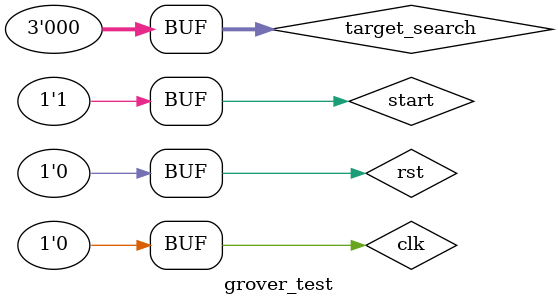
<source format=v>
`timescale 1ns / 1ps


module grover_test;

	// Inputs
	reg clk;
	reg rst;
	reg start;
	reg [2:0] target_search;

	// Outputs
	wire [7:0] o0;
	wire [7:0] o1;
	wire [7:0] o2;
	wire [7:0] o3;
	wire [7:0] o4;
	wire [7:0] o5;
	wire [7:0] o6;
	wire [7:0] o7;
	wire done;

	// Instantiate the Unit Under Test (UUT)
	grover uut (
		.clk(clk), 
		.rst(rst), 
		.start(start), 
		.target_search(target_search), 
		.o0(o0), 
		.o1(o1), 
		.o2(o2), 
		.o3(o3), 
		.o4(o4), 
		.o5(o5), 
		.o6(o6), 
		.o7(o7), 
		.done(done)
	);

	initial begin
		// Initialize Inputs
		clk = 0;
		rst = 0;
		start = 1;
		target_search = 0;

		// Wait 100 ns for global reset to finish
		#100;
		clk = 1;
		#100;
		clk = 0;
		#100;
		clk = 1;
		#100;
		clk = 0;
		#100;
		clk = 1;
		#100;
		clk = 0;
		#100;
		clk = 1;
		#100;
		clk = 0;
		#100;
		clk = 1;
		#100;
		clk = 0;
		#100;
		clk = 1;
		#100;
		clk = 0;
		#100;
		clk = 1;
		#100;
		clk = 0;
		#100;
		clk = 1;
		#100;
		clk = 0;
		#100;
		clk = 1;
		#100;
		clk = 0;
		#100;
		clk = 1;
		#100;
		clk = 0;
		
        
		// Add stimulus here

	end
      
endmodule


</source>
